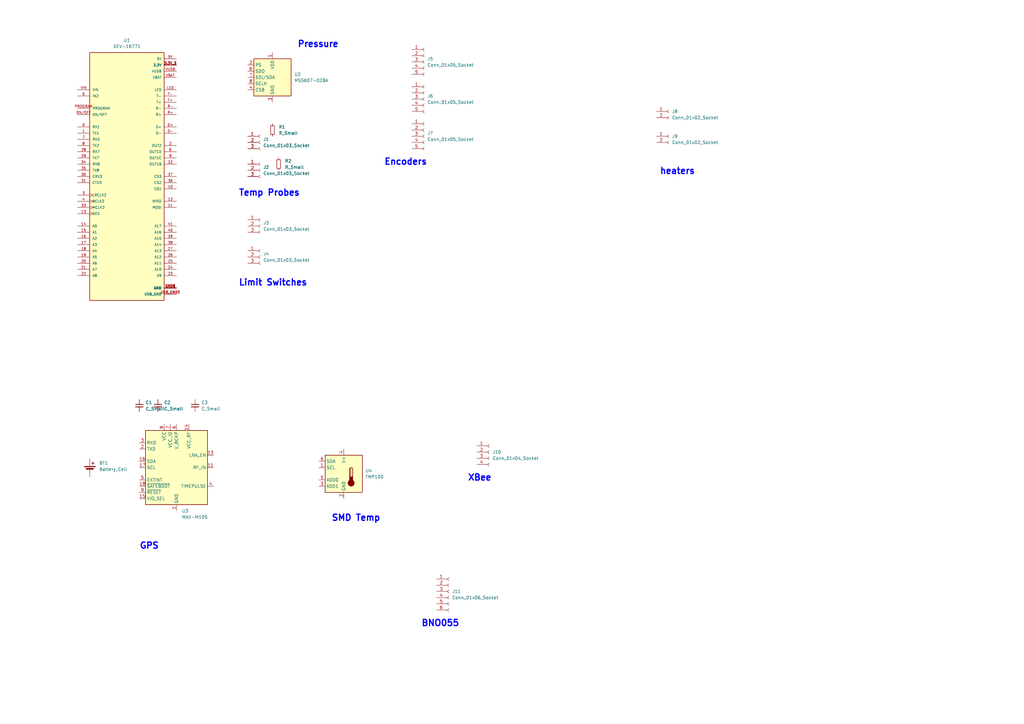
<source format=kicad_sch>
(kicad_sch (version 20231120) (generator "eeschema") (generator_version "8.0")
  (paper "A3")
  (lib_symbols
    (symbol "Connector:Conn_01x02_Socket" (pin_names (offset 1.016) hide)
      (property "Reference" "J" (at 0 2.54 0))
      (property "Value" "Conn_01x02_Socket" (at 0 -5.08 0))
      (symbol "Conn_01x02_Socket_1_1"
        (arc (start 0 -2.032) (mid -0.5058 -2.54) (end 0 -3.048) (stroke (width 0.1524)))
        (polyline (pts (xy -1.27 -2.54) (xy -0.508 -2.54)) (stroke (width 0.1524)))
        (polyline (pts (xy -1.27 0) (xy -0.508 0)) (stroke (width 0.1524)))
        (arc (start 0 0.508) (mid -0.5058 0) (end 0 -0.508) (stroke (width 0.1524)))
        (pin passive line (at -5.08 0 0) (length 3.81) (name "Pin_1") (number "1"))
        (pin passive line (at -5.08 -2.54 0) (length 3.81) (name "Pin_2") (number "2"))
      )
    )
    (symbol "Connector:Conn_01x03_Socket" (pin_names (offset 1.016) hide)
      (property "Reference" "J" (at 0 5.08 0))
      (property "Value" "Conn_01x03_Socket" (at 0 -5.08 0))
      (symbol "Conn_01x03_Socket_1_1"
        (arc (start 0 -2.032) (mid -0.5058 -2.54) (end 0 -3.048) (stroke (width 0.1524)))
        (polyline (pts (xy -1.27 -2.54) (xy -0.508 -2.54)) (stroke (width 0.1524)))
        (polyline (pts (xy -1.27 0) (xy -0.508 0)) (stroke (width 0.1524)))
        (polyline (pts (xy -1.27 2.54) (xy -0.508 2.54)) (stroke (width 0.1524)))
        (arc (start 0 0.508) (mid -0.5058 0) (end 0 -0.508) (stroke (width 0.1524)))
        (arc (start 0 3.048) (mid -0.5058 2.54) (end 0 2.032) (stroke (width 0.1524)))
        (pin passive line (at -5.08 2.54 0) (length 3.81) (name "Pin_1") (number "1"))
        (pin passive line (at -5.08 0 0) (length 3.81) (name "Pin_2") (number "2"))
        (pin passive line (at -5.08 -2.54 0) (length 3.81) (name "Pin_3") (number "3"))
      )
    )
    (symbol "Connector:Conn_01x04_Socket" (pin_names (offset 1.016) hide)
      (property "Reference" "J" (at 0 5.08 0))
      (property "Value" "Conn_01x04_Socket" (at 0 -7.62 0))
      (symbol "Conn_01x04_Socket_1_1"
        (arc (start 0 -4.572) (mid -0.5058 -5.08) (end 0 -5.588) (stroke (width 0.1524)))
        (arc (start 0 -2.032) (mid -0.5058 -2.54) (end 0 -3.048) (stroke (width 0.1524)))
        (polyline (pts (xy -1.27 -5.08) (xy -0.508 -5.08)) (stroke (width 0.1524)))
        (polyline (pts (xy -1.27 -2.54) (xy -0.508 -2.54)) (stroke (width 0.1524)))
        (polyline (pts (xy -1.27 0) (xy -0.508 0)) (stroke (width 0.1524)))
        (polyline (pts (xy -1.27 2.54) (xy -0.508 2.54)) (stroke (width 0.1524)))
        (arc (start 0 0.508) (mid -0.5058 0) (end 0 -0.508) (stroke (width 0.1524)))
        (arc (start 0 3.048) (mid -0.5058 2.54) (end 0 2.032) (stroke (width 0.1524)))
        (pin passive line (at -5.08 2.54 0) (length 3.81) (name "Pin_1") (number "1"))
        (pin passive line (at -5.08 0 0) (length 3.81) (name "Pin_2") (number "2"))
        (pin passive line (at -5.08 -2.54 0) (length 3.81) (name "Pin_3") (number "3"))
        (pin passive line (at -5.08 -5.08 0) (length 3.81) (name "Pin_4") (number "4"))
      )
    )
    (symbol "Connector:Conn_01x05_Socket" (pin_names (offset 1.016) hide)
      (property "Reference" "J" (at 0 7.62 0))
      (property "Value" "Conn_01x05_Socket" (at 0 -7.62 0))
      (symbol "Conn_01x05_Socket_1_1"
        (arc (start 0 -4.572) (mid -0.5058 -5.08) (end 0 -5.588) (stroke (width 0.1524)))
        (arc (start 0 -2.032) (mid -0.5058 -2.54) (end 0 -3.048) (stroke (width 0.1524)))
        (polyline (pts (xy -1.27 -5.08) (xy -0.508 -5.08)) (stroke (width 0.1524)))
        (polyline (pts (xy -1.27 -2.54) (xy -0.508 -2.54)) (stroke (width 0.1524)))
        (polyline (pts (xy -1.27 0) (xy -0.508 0)) (stroke (width 0.1524)))
        (polyline (pts (xy -1.27 2.54) (xy -0.508 2.54)) (stroke (width 0.1524)))
        (polyline (pts (xy -1.27 5.08) (xy -0.508 5.08)) (stroke (width 0.1524)))
        (arc (start 0 0.508) (mid -0.5058 0) (end 0 -0.508) (stroke (width 0.1524)))
        (arc (start 0 3.048) (mid -0.5058 2.54) (end 0 2.032) (stroke (width 0.1524)))
        (arc (start 0 5.588) (mid -0.5058 5.08) (end 0 4.572) (stroke (width 0.1524)))
        (pin passive line (at -5.08 5.08 0) (length 3.81) (name "Pin_1") (number "1"))
        (pin passive line (at -5.08 2.54 0) (length 3.81) (name "Pin_2") (number "2"))
        (pin passive line (at -5.08 0 0) (length 3.81) (name "Pin_3") (number "3"))
        (pin passive line (at -5.08 -2.54 0) (length 3.81) (name "Pin_4") (number "4"))
        (pin passive line (at -5.08 -5.08 0) (length 3.81) (name "Pin_5") (number "5"))
      )
    )
    (symbol "Connector:Conn_01x06_Socket" (pin_names (offset 1.016) hide)
      (property "Reference" "J" (at 0 7.62 0))
      (property "Value" "Conn_01x06_Socket" (at 0 -10.16 0))
      (symbol "Conn_01x06_Socket_1_1"
        (arc (start 0 -7.112) (mid -0.5058 -7.62) (end 0 -8.128) (stroke (width 0.1524)))
        (arc (start 0 -4.572) (mid -0.5058 -5.08) (end 0 -5.588) (stroke (width 0.1524)))
        (arc (start 0 -2.032) (mid -0.5058 -2.54) (end 0 -3.048) (stroke (width 0.1524)))
        (polyline (pts (xy -1.27 -7.62) (xy -0.508 -7.62)) (stroke (width 0.1524)))
        (polyline (pts (xy -1.27 -5.08) (xy -0.508 -5.08)) (stroke (width 0.1524)))
        (polyline (pts (xy -1.27 -2.54) (xy -0.508 -2.54)) (stroke (width 0.1524)))
        (polyline (pts (xy -1.27 0) (xy -0.508 0)) (stroke (width 0.1524)))
        (polyline (pts (xy -1.27 2.54) (xy -0.508 2.54)) (stroke (width 0.1524)))
        (polyline (pts (xy -1.27 5.08) (xy -0.508 5.08)) (stroke (width 0.1524)))
        (arc (start 0 0.508) (mid -0.5058 0) (end 0 -0.508) (stroke (width 0.1524)))
        (arc (start 0 3.048) (mid -0.5058 2.54) (end 0 2.032) (stroke (width 0.1524)))
        (arc (start 0 5.588) (mid -0.5058 5.08) (end 0 4.572) (stroke (width 0.1524)))
        (pin passive line (at -5.08 5.08 0) (length 3.81) (name "Pin_1") (number "1"))
        (pin passive line (at -5.08 2.54 0) (length 3.81) (name "Pin_2") (number "2"))
        (pin passive line (at -5.08 0 0) (length 3.81) (name "Pin_3") (number "3"))
        (pin passive line (at -5.08 -2.54 0) (length 3.81) (name "Pin_4") (number "4"))
        (pin passive line (at -5.08 -5.08 0) (length 3.81) (name "Pin_5") (number "5"))
        (pin passive line (at -5.08 -7.62 0) (length 3.81) (name "Pin_6") (number "6"))
      )
    )
    (symbol "Device:Battery_Cell" (pin_numbers hide) (pin_names (offset 0) hide)
      (property "Reference" "BT" (at 2.54 2.54 0))
      (property "Value" "Battery_Cell" (at 2.54 0 0))
      (symbol "Battery_Cell_0_1"
        (rectangle (start -2.286 1.778) (end 2.286 1.524) (fill (type outline)))
        (rectangle (start -1.524 1.016) (end 1.524 0.508) (fill (type outline)))
        (polyline (pts (xy 0 0.762) (xy 0 0)))
        (polyline (pts (xy 0 1.778) (xy 0 2.54)))
        (polyline (pts (xy 0.762 3.048) (xy 1.778 3.048)) (stroke (width 0.254)))
        (polyline (pts (xy 1.27 3.556) (xy 1.27 2.54)) (stroke (width 0.254)))
      )
      (symbol "Battery_Cell_1_1"
        (pin passive line (at 0 5.08 270) (length 2.54) (name "+") (number "1"))
        (pin passive line (at 0 -2.54 90) (length 2.54) (name "-") (number "2"))
      )
    )
    (symbol "Device:C_Small" (pin_numbers hide) (pin_names (offset 0.254) hide)
      (property "Reference" "C" (at 0.254 1.778 0))
      (property "Value" "C_Small" (at 0.254 -2.032 0))
      (symbol "C_Small_0_1"
        (polyline (pts (xy -1.524 -0.508) (xy 1.524 -0.508)) (stroke (width 0.3302)))
        (polyline (pts (xy -1.524 0.508) (xy 1.524 0.508)) (stroke (width 0.3048)))
      )
      (symbol "C_Small_1_1"
        (pin passive line (at 0 2.54 270) (length 2.032) (name "~") (number "1"))
        (pin passive line (at 0 -2.54 90) (length 2.032) (name "~") (number "2"))
      )
    )
    (symbol "Device:R_Small" (pin_numbers hide) (pin_names (offset 0.254) hide)
      (property "Reference" "R" (at 0.762 0.508 0))
      (property "Value" "R_Small" (at 0.762 -1.016 0))
      (symbol "R_Small_0_1"
        (rectangle (start -0.762 1.778) (end 0.762 -1.778) (stroke (width 0.2032)))
      )
      (symbol "R_Small_1_1"
        (pin passive line (at 0 2.54 270) (length 0.762) (name "~") (number "1"))
        (pin passive line (at 0 -2.54 90) (length 0.762) (name "~") (number "2"))
      )
    )
    (symbol "RF_GPS:MAX-M10S"
      (property "Reference" "U" (at -10.16 16.51 0))
      (property "Value" "MAX-M10S" (at 11.43 16.51 0))
      (symbol "MAX-M10S_0_1"
        (rectangle (start 12.7 15.24) (end -12.7 -15.24) (stroke (width 0.254)) (fill (type background)))
      )
      (symbol "MAX-M10S_1_1"
        (pin power_in line (at 0 -17.78 90) (length 2.54) (name "GND") (number "1"))
        (pin passive line (at 0 -17.78 90) (length 2.54) hide (name "GND") (number "10"))
        (pin input line (at 15.24 0 180) (length 2.54) (name "RF_IN") (number "11"))
        (pin passive line (at 0 -17.78 90) (length 2.54) hide (name "GND") (number "12"))
        (pin output line (at 15.24 5.08 180) (length 2.54) (name "LNA_EN") (number "13"))
        (pin power_out line (at 5.08 17.78 270) (length 2.54) (name "VCC_RF") (number "14"))
        (pin input line (at -15.24 -12.7 0) (length 2.54) (name "VIO_SEL") (number "15"))
        (pin bidirectional line (at -15.24 2.54 0) (length 2.54) (name "SDA") (number "16"))
        (pin input line (at -15.24 0 0) (length 2.54) (name "SCL") (number "17"))
        (pin input line (at -15.24 -7.62 0) (length 2.54) (name "~{SAFEBOOT}") (number "18"))
        (pin output line (at -15.24 7.62 0) (length 2.54) (name "TXD") (number "2"))
        (pin input line (at -15.24 10.16 0) (length 2.54) (name "RXD") (number "3"))
        (pin output line (at 15.24 -7.62 180) (length 2.54) (name "TIMEPULSE") (number "4"))
        (pin input line (at -15.24 -5.08 0) (length 2.54) (name "EXTINT") (number "5"))
        (pin power_in line (at 0 17.78 270) (length 2.54) (name "V_BCKP") (number "6"))
        (pin power_in line (at -2.54 17.78 270) (length 2.54) (name "VCC_IO") (number "7"))
        (pin power_in line (at -5.08 17.78 270) (length 2.54) (name "VCC") (number "8"))
        (pin input line (at -15.24 -10.16 0) (length 2.54) (name "~{RESET}") (number "9"))
      )
    )
    (symbol "Sensor_Pressure:MS5607-02BA"
      (property "Reference" "U" (at -6.35 8.89 0))
      (property "Value" "MS5607-02BA" (at 7.62 8.89 0))
      (symbol "MS5607-02BA_0_1"
        (rectangle (start -7.62 7.62) (end 7.62 -7.62) (stroke (width 0.254)) (fill (type background)))
      )
      (symbol "MS5607-02BA_1_1"
        (pin power_in line (at 0 10.16 270) (length 2.54) (name "VDD") (number "1"))
        (pin input line (at -10.16 5.08 0) (length 2.54) (name "PS") (number "2"))
        (pin power_in line (at 0 -10.16 90) (length 2.54) (name "GND") (number "3"))
        (pin input line (at -10.16 -5.08 0) (length 2.54) (name "CSB") (number "4"))
        (pin input line (at -10.16 -5.08 0) (length 2.54) hide (name "CSB") (number "5"))
        (pin output line (at -10.16 2.54 0) (length 2.54) (name "SDO") (number "6"))
        (pin bidirectional line (at -10.16 0 0) (length 2.54) (name "SDI/SDA") (number "7"))
        (pin input line (at -10.16 -2.54 0) (length 2.54) (name "SCLK") (number "8"))
      )
    )
    (symbol "Sensor_Temperature:TMP100"
      (property "Reference" "U" (at 10.16 6.35 0))
      (property "Value" "TMP100" (at 12.7 3.81 0))
      (symbol "TMP100_0_1"
        (rectangle (start -7.62 7.62) (end 7.62 -7.62) (stroke (width 0.254)) (fill (type background)))
      )
      (symbol "TMP100_1_1"
        (polyline (pts (xy 2.413 -0.635) (xy 3.048 -0.635)) (stroke (width 0.254)))
        (polyline (pts (xy 2.413 0) (xy 3.048 0)) (stroke (width 0.254)))
        (polyline (pts (xy 2.413 0.635) (xy 3.048 0.635)) (stroke (width 0.254)))
        (polyline (pts (xy 2.413 1.27) (xy 3.048 1.27)) (stroke (width 0.254)))
        (polyline (pts (xy 2.413 1.905) (xy 2.413 -1.27)) (stroke (width 0.254)))
        (polyline (pts (xy 2.413 1.905) (xy 3.048 1.905)) (stroke (width 0.254)))
        (polyline (pts (xy 3.683 1.905) (xy 3.683 -1.27)) (stroke (width 0.254)))
        (circle (center 3.048 -3.81) (radius 1.27) (stroke (width 0.254)) (fill (type outline)))
        (rectangle (start 3.683 -3.175) (end 2.413 -1.27) (stroke (width 0.254)) (fill (type outline)))
        (arc (start 3.683 1.905) (mid 3.048 2.5373) (end 2.413 1.905) (stroke (width 0.254)))
        (pin input line (at -10.16 2.54 0) (length 2.54) (name "SCL") (number "1"))
        (pin power_in line (at 0 -10.16 90) (length 2.54) (name "GND") (number "2"))
        (pin input line (at -10.16 -5.08 0) (length 2.54) (name "ADD1") (number "3"))
        (pin power_in line (at 0 10.16 270) (length 2.54) (name "V+") (number "4"))
        (pin input line (at -10.16 -2.54 0) (length 2.54) (name "ADD0") (number "5"))
        (pin bidirectional line (at -10.16 5.08 0) (length 2.54) (name "SDA") (number "6"))
      )
    )
    (symbol "Teensy_4.1:DEV-16771" (pin_names (offset 1.016))
      (property "Reference" "U" (at -15.24 52.07 0))
      (property "Value" "DEV-16771" (at -15.24 -53.34 0))
      (symbol "DEV-16771_0_0"
        (rectangle (start -15.24 -50.8) (end 15.24 50.8) (stroke (width 0.254)) (fill (type background)))
        (pin bidirectional line (at -20.32 20.32 0) (length 5.08) (name "RX1") (number "0"))
        (pin bidirectional line (at -20.32 17.78 0) (length 5.08) (name "TX1") (number "1"))
        (pin bidirectional line (at 20.32 -5.08 180) (length 5.08) (name "CS1") (number "10"))
        (pin bidirectional line (at 20.32 -12.7 180) (length 5.08) (name "MOSI") (number "11"))
        (pin bidirectional line (at 20.32 -10.16 180) (length 5.08) (name "MISO") (number "12"))
        (pin bidirectional clock (at -20.32 -15.24 0) (length 5.08) (name "SCK") (number "13"))
        (pin bidirectional line (at -20.32 -20.32 0) (length 5.08) (name "A0") (number "14"))
        (pin bidirectional line (at -20.32 -22.86 0) (length 5.08) (name "A1") (number "15"))
        (pin bidirectional line (at -20.32 -25.4 0) (length 5.08) (name "A2") (number "16"))
        (pin bidirectional line (at -20.32 -27.94 0) (length 5.08) (name "A3") (number "17"))
        (pin bidirectional line (at -20.32 -30.48 0) (length 5.08) (name "A4") (number "18"))
        (pin bidirectional line (at -20.32 -33.02 0) (length 5.08) (name "A5") (number "19"))
        (pin output line (at 20.32 12.7 180) (length 5.08) (name "OUT2") (number "2"))
        (pin bidirectional line (at -20.32 -35.56 0) (length 5.08) (name "A6") (number "20"))
        (pin bidirectional line (at -20.32 -38.1 0) (length 5.08) (name "A7") (number "21"))
        (pin bidirectional line (at -20.32 -40.64 0) (length 5.08) (name "A8") (number "22"))
        (pin bidirectional line (at 20.32 -40.64 180) (length 5.08) (name "A9") (number "23"))
        (pin bidirectional line (at 20.32 -38.1 180) (length 5.08) (name "A10") (number "24"))
        (pin bidirectional line (at 20.32 -35.56 180) (length 5.08) (name "A11") (number "25"))
        (pin bidirectional line (at 20.32 -33.02 180) (length 5.08) (name "A12") (number "26"))
        (pin bidirectional line (at 20.32 -30.48 180) (length 5.08) (name "A13") (number "27"))
        (pin bidirectional line (at -20.32 10.16 0) (length 5.08) (name "RX7") (number "28"))
        (pin bidirectional line (at -20.32 7.62 0) (length 5.08) (name "TX7") (number "29"))
        (pin bidirectional clock (at -20.32 -7.62 0) (length 5.08) (name "LRCLK2") (number "3"))
        (pin power_in line (at 20.32 45.72 180) (length 5.08) (name "3.3V") (number "3.3V_1"))
        (pin power_in line (at 20.32 45.72 180) (length 5.08) (name "3.3V") (number "3.3V_2"))
        (pin power_in line (at 20.32 45.72 180) (length 5.08) (name "3.3V") (number "3.3V_3"))
        (pin bidirectional line (at -20.32 0 0) (length 5.08) (name "CRX3") (number "30"))
        (pin bidirectional line (at -20.32 -2.54 0) (length 5.08) (name "CTX3") (number "31"))
        (pin output line (at 20.32 5.08 180) (length 5.08) (name "OUT1B") (number "32"))
        (pin bidirectional clock (at -20.32 -12.7 0) (length 5.08) (name "MCLK2") (number "33"))
        (pin bidirectional line (at -20.32 5.08 0) (length 5.08) (name "RX8") (number "34"))
        (pin bidirectional line (at -20.32 2.54 0) (length 5.08) (name "TX8") (number "35"))
        (pin bidirectional line (at 20.32 -2.54 180) (length 5.08) (name "CS2") (number "36"))
        (pin bidirectional line (at 20.32 0 180) (length 5.08) (name "CS3") (number "37"))
        (pin bidirectional line (at 20.32 -27.94 180) (length 5.08) (name "A14") (number "38"))
        (pin bidirectional line (at 20.32 -25.4 180) (length 5.08) (name "A15") (number "39"))
        (pin bidirectional clock (at -20.32 -10.16 0) (length 5.08) (name "BCLK2") (number "4"))
        (pin bidirectional line (at 20.32 -22.86 180) (length 5.08) (name "A16") (number "40"))
        (pin bidirectional line (at 20.32 -20.32 180) (length 5.08) (name "A17") (number "41"))
        (pin bidirectional line (at -20.32 33.02 0) (length 5.08) (name "IN2") (number "5"))
        (pin power_in line (at 20.32 48.26 180) (length 5.08) (name "5V") (number "5V"))
        (pin output line (at 20.32 10.16 180) (length 5.08) (name "OUT1D") (number "6"))
        (pin bidirectional line (at -20.32 15.24 0) (length 5.08) (name "RX2") (number "7"))
        (pin bidirectional line (at -20.32 12.7 0) (length 5.08) (name "TX2") (number "8"))
        (pin output line (at 20.32 7.62 180) (length 5.08) (name "OUT1C") (number "9"))
        (pin bidirectional line (at 20.32 20.32 180) (length 5.08) (name "D+") (number "D+"))
        (pin bidirectional line (at 20.32 17.78 180) (length 5.08) (name "D-") (number "D-"))
        (pin power_in line (at 20.32 -45.72 180) (length 5.08) (name "GND") (number "GND1"))
        (pin power_in line (at 20.32 -45.72 180) (length 5.08) (name "GND") (number "GND2"))
        (pin power_in line (at 20.32 -45.72 180) (length 5.08) (name "GND") (number "GND3"))
        (pin power_in line (at 20.32 -45.72 180) (length 5.08) (name "GND") (number "GND4"))
        (pin power_in line (at 20.32 -45.72 180) (length 5.08) (name "GND") (number "GND5"))
        (pin bidirectional line (at 20.32 35.56 180) (length 5.08) (name "LED") (number "LED"))
        (pin bidirectional line (at -20.32 25.4 0) (length 5.08) (name "ON/OFF") (number "ON/OFF"))
        (pin bidirectional line (at -20.32 27.94 0) (length 5.08) (name "PROGRAM") (number "PROGRAM"))
        (pin bidirectional line (at 20.32 25.4 180) (length 5.08) (name "R+") (number "R+"))
        (pin bidirectional line (at 20.32 27.94 180) (length 5.08) (name "R-") (number "R-"))
        (pin bidirectional line (at 20.32 30.48 180) (length 5.08) (name "T+") (number "T+"))
        (pin bidirectional line (at 20.32 33.02 180) (length 5.08) (name "T-") (number "T-"))
        (pin power_in line (at 20.32 -48.26 180) (length 5.08) (name "USB_GND") (number "USB_GND1"))
        (pin power_in line (at 20.32 -48.26 180) (length 5.08) (name "USB_GND") (number "USB_GND2"))
        (pin passive line (at 20.32 40.64 180) (length 5.08) (name "VBAT") (number "VBAT"))
        (pin input line (at -20.32 35.56 0) (length 5.08) (name "VIN") (number "VIN"))
        (pin passive line (at 20.32 43.18 180) (length 5.08) (name "VUSB") (number "VUSB"))
      )
    )
  )
  (label "Limit Switches" (at 97.79 118.11 0) (effects (font (size 2.54 2.54) (thickness 0.508) (bold yes))))
  (label "SMD Temp" (at 135.89 214.63 0) (effects (font (size 2.54 2.54) (thickness 0.508) (bold yes))))
  (label "Encoders" (at 157.48 68.58 0) (effects (font (size 2.54 2.54) (thickness 0.508) (bold yes))))
  (label "heaters" (at 270.51 72.39 0) (effects (font (size 2.54 2.54) (thickness 0.508) (bold yes))))
  (label "Temp Probes" (at 97.79 81.28 0) (effects (font (size 2.54 2.54) (thickness 0.508) (bold yes))))
  (label "XBee" (at 191.77 198.12 0) (effects (font (size 2.54 2.54) (thickness 0.508) (bold yes))))
  (label "BNO055" (at 172.72 257.81 0) (effects (font (size 2.54 2.54) (thickness 0.508) (bold yes))))
  (label "Pressure" (at 121.92 20.32 0) (effects (font (size 2.54 2.54) (thickness 0.508) (bold yes))))
  (label "GPS" (at 57.15 226.06 0) (effects (font (size 2.54 2.54) (thickness 0.508) (bold yes))))
  (symbol (lib_id "Device:C_Small") (at 80.01 166.37 0) (unit 1)
    (property "Reference" "C3" (at 82.55 165.1062 0) (effects (justify left)))
    (property "Value" "C_Small" (at 82.55 167.6462 0) (effects (justify left)))
    (property "Description" "Unpolarized capacitor, small symbol" (effects (hide yes)))
  )
  (symbol (lib_id "Device:R_Small") (at 114.3 67.31 0) (unit 1)
    (property "Reference" "R2" (at 116.84 66.0399 0) (effects (justify left)))
    (property "Value" "R_Small" (at 116.84 68.5799 0) (effects (justify left)))
    (property "Description" "Resistor, small symbol" (effects (hide yes)))
  )
  (symbol (lib_id "Connector:Conn_01x04_Socket") (at 200.66 185.42 0) (unit 1)
    (property "Reference" "J10" (at 201.93 185.4199 0) (effects (justify left)))
    (property "Value" "Conn_01x04_Socket" (at 201.93 187.9599 0) (effects (justify left)))
    (property "Footprint" "XBee:XBee Explorer" (effects (hide yes)))
    (property "Description" "Generic connector, single row, 01x04, script generated" (effects (hide yes)))
  )
  (symbol (lib_id "Sensor_Pressure:MS5607-02BA") (at 111.76 31.75 0) (unit 1)
    (property "Reference" "U2" (at 120.65 30.4799 0) (effects (justify left)))
    (property "Value" "MS5607-02BA" (at 120.65 33.0199 0) (effects (justify left)))
    (property "Footprint" "Package_LGA:LGA-8_3x5mm_P1.25mm" (effects (hide yes)))
    (property "Datasheet" "https://www.te.com/commerce/DocumentDelivery/DDEController?Action=showdoc&DocId=Data+Sheet%7FMS5607-02BA03%7FB2%7Fpdf%7FEnglish%7FENG_DS_MS5607-02BA03_B2.pdf%7FCAT-BLPS0035" (effects (hide yes)))
    (property "Description" "Barometric pressure sensor, 20cm resolution, 10 to 1200 mbar, I2C and SPI interface up to 20MHz, LGA-8" (effects (hide yes)))
  )
  (symbol (lib_id "Device:Battery_Cell") (at 36.83 193.04 0) (unit 1)
    (property "Reference" "BT1" (at 40.64 189.9284 0) (effects (justify left)))
    (property "Value" "Battery_Cell" (at 40.64 192.4684 0) (effects (justify left)))
    (property "Description" "Single-cell battery" (effects (hide yes)))
  )
  (symbol (lib_id "Connector:Conn_01x03_Socket") (at 106.68 105.41 0) (unit 1)
    (property "Reference" "J4" (at 107.95 104.1399 0) (effects (justify left)))
    (property "Value" "Conn_01x03_Socket" (at 107.95 106.6799 0) (effects (justify left)))
    (property "Description" "Generic connector, single row, 01x03, script generated" (effects (hide yes)))
  )
  (symbol (lib_id "Device:C_Small") (at 57.15 166.37 0) (unit 1)
    (property "Reference" "C1" (at 59.69 165.1062 0) (effects (justify left)))
    (property "Value" "C_Small" (at 59.69 167.6462 0) (effects (justify left)))
    (property "Description" "Unpolarized capacitor, small symbol" (effects (hide yes)))
  )
  (symbol (lib_id "Connector:Conn_01x05_Socket") (at 173.99 40.64 0) (unit 1)
    (property "Reference" "J6" (at 175.26 39.3699 0) (effects (justify left)))
    (property "Value" "Conn_01x05_Socket" (at 175.26 41.9099 0) (effects (justify left)))
    (property "Description" "Generic connector, single row, 01x05, script generated" (effects (hide yes)))
  )
  (symbol (lib_id "Device:R_Small") (at 111.76 53.34 0) (unit 1)
    (property "Reference" "R1" (at 114.3 52.0699 0) (effects (justify left)))
    (property "Value" "R_Small" (at 114.3 54.6099 0) (effects (justify left)))
    (property "Description" "Resistor, small symbol" (effects (hide yes)))
  )
  (symbol (lib_id "Connector:Conn_01x06_Socket") (at 184.15 242.57 0) (unit 1)
    (property "Reference" "J11" (at 185.42 242.5699 0) (effects (justify left)))
    (property "Value" "Conn_01x06_Socket" (at 185.42 245.1099 0) (effects (justify left)))
    (property "Description" "Generic connector, single row, 01x06, script generated" (effects (hide yes)))
  )
  (symbol (lib_id "Connector:Conn_01x05_Socket") (at 173.99 55.88 0) (unit 1)
    (property "Reference" "J7" (at 175.26 54.6099 0) (effects (justify left)))
    (property "Value" "Conn_01x05_Socket" (at 175.26 57.1499 0) (effects (justify left)))
    (property "Description" "Generic connector, single row, 01x05, script generated" (effects (hide yes)))
  )
  (symbol (lib_id "Sensor_Temperature:TMP100") (at 140.97 194.31 0) (unit 1)
    (property "Reference" "U4" (at 149.86 193.0399 0) (effects (justify left)))
    (property "Value" "TMP100" (at 149.86 195.5799 0) (effects (justify left)))
    (property "Footprint" "Package_TO_SOT_SMD:SOT-23-6" (effects (hide yes)))
    (property "Datasheet" "http://www.ti.com/lit/gpn/tmp100" (effects (hide yes)))
    (property "Description" "Temperature Sensor with I2C/SMBus Interface, SOT-23-6" (effects (hide yes)))
  )
  (symbol (lib_id "Connector:Conn_01x02_Socket") (at 274.32 45.72 0) (unit 1)
    (property "Reference" "J8" (at 275.59 45.7199 0) (effects (justify left)))
    (property "Value" "Conn_01x02_Socket" (at 275.59 48.2599 0) (effects (justify left)))
    (property "Description" "Generic connector, single row, 01x02, script generated" (effects (hide yes)))
  )
  (symbol (lib_id "Connector:Conn_01x03_Socket") (at 106.68 58.42 0) (unit 1)
    (property "Reference" "J1" (at 107.95 57.1499 0) (effects (justify left)))
    (property "Value" "Conn_01x03_Socket" (at 107.95 59.6899 0) (effects (justify left)))
    (property "Description" "Generic connector, single row, 01x03, script generated" (effects (hide yes)))
  )
  (symbol (lib_id "Connector:Conn_01x05_Socket") (at 173.99 25.4 0) (unit 1)
    (property "Reference" "J5" (at 175.26 24.1299 0) (effects (justify left)))
    (property "Value" "Conn_01x05_Socket" (at 175.26 26.6699 0) (effects (justify left)))
    (property "Description" "Generic connector, single row, 01x05, script generated" (effects (hide yes)))
  )
  (symbol (lib_id "RF_GPS:MAX-M10S") (at 72.39 191.77 0) (unit 1)
    (property "Reference" "U3" (at 74.5841 209.55 0) (effects (justify left)))
    (property "Value" "MAX-M10S" (at 74.5841 212.09 0) (effects (justify left)))
    (property "Footprint" "RF_GPS:ublox_MAX" (effects (hide yes)))
    (property "Datasheet" "https://content.u-blox.com/sites/default/files/MAX-M10S_DataSheet_UBX-20035208.pdf" (effects (hide yes)))
    (property "Description" "GNSS Module MAX M10, VCC 1.65V to 3.6V" (effects (hide yes)))
  )
  (symbol (lib_id "Device:C_Small") (at 64.77 166.37 0) (unit 1)
    (property "Reference" "C2" (at 67.31 165.1062 0) (effects (justify left)))
    (property "Value" "C_Small" (at 67.31 167.6462 0) (effects (justify left)))
    (property "Description" "Unpolarized capacitor, small symbol" (effects (hide yes)))
  )
  (symbol (lib_id "Connector:Conn_01x03_Socket") (at 106.68 92.71 0) (unit 1)
    (property "Reference" "J3" (at 107.95 91.4399 0) (effects (justify left)))
    (property "Value" "Conn_01x03_Socket" (at 107.95 93.9799 0) (effects (justify left)))
    (property "Description" "Generic connector, single row, 01x03, script generated" (effects (hide yes)))
  )
  (symbol (lib_id "Teensy_4.1:DEV-16771") (at 52.07 72.39 0) (unit 1)
    (property "Reference" "U1" (at 52.07 16.51 0))
    (property "Value" "DEV-16771" (at 52.07 19.05 0))
    (property "Footprint" "DEV-16771:MODULE_DEV-16771" (effects (hide yes)))
    (property "MF" "SparkFun Electronics" (effects (hide yes)))
    (property "MAXIMUM_PACKAGE_HEIGHT" "4.07mm" (effects (hide yes)))
    (property "Package" "None" (effects (hide yes)))
    (property "Price" "None" (effects (hide yes)))
    (property "Check_prices" "https://www.snapeda.com/parts/DEV-16771/SparkFun+Electronics/view-part/?ref=eda" (effects (hide yes)))
    (property "STANDARD" "Manufacturer recommendations" (effects (hide yes)))
    (property "PARTREV" "4.1" (effects (hide yes)))
    (property "SnapEDA_Link" "https://www.snapeda.com/parts/DEV-16771/SparkFun+Electronics/view-part/?ref=snap" (effects (hide yes)))
    (property "MP" "DEV-16771" (effects (hide yes)))
    (property "Purchase-URL" "https://www.snapeda.com/api/url_track_click_mouser/?unipart_id=4833875&manufacturer=SparkFun Electronics&part_name=DEV-16771&search_term=None" (effects (hide yes)))
    (property "Description_1" "\nRT1062 Teensy 4.1 series ARM® Cortex®-M7 MPU Embedded Evaluation Board\n" (effects (hide yes)))
    (property "Availability" "In Stock" (effects (hide yes)))
    (property "MANUFACTURER" "SparkFun Electronics" (effects (hide yes)))
  )
  (symbol (lib_id "Connector:Conn_01x03_Socket") (at 106.68 69.85 0) (unit 1)
    (property "Reference" "J2" (at 107.95 68.5799 0) (effects (justify left)))
    (property "Value" "Conn_01x03_Socket" (at 107.95 71.1199 0) (effects (justify left)))
    (property "Description" "Generic connector, single row, 01x03, script generated" (effects (hide yes)))
  )
  (symbol (lib_id "Connector:Conn_01x02_Socket") (at 274.32 55.88 0) (unit 1)
    (property "Reference" "J9" (at 275.59 55.8799 0) (effects (justify left)))
    (property "Value" "Conn_01x02_Socket" (at 275.59 58.4199 0) (effects (justify left)))
    (property "Description" "Generic connector, single row, 01x02, script generated" (effects (hide yes)))
  )
)
</source>
